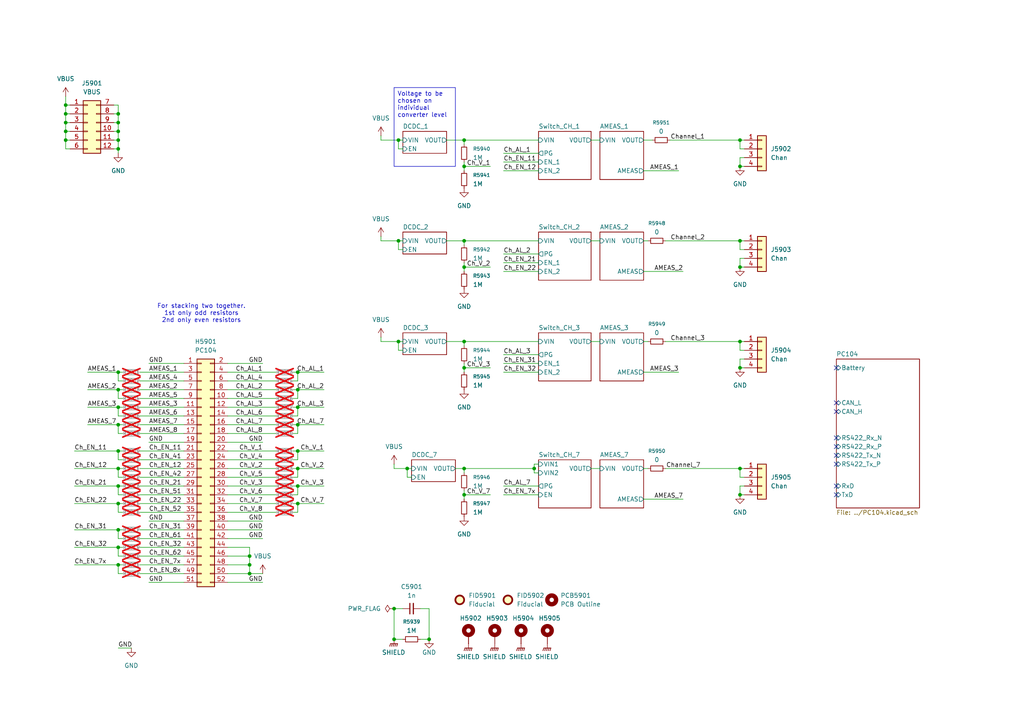
<source format=kicad_sch>
(kicad_sch (version 20250114) (generator "eeschema") (generator_version "9.0")
  (paper "A4")
  (text "For stacking two together.\n1st only odd resistors\n2nd only even resistors" (at 58.42 90.932 0) (effects (font (size 1.27 1.27))))
  (text_box "Voltage to be chosen on individual converter level" (at 114.3 25.4 0) (size 17.78 22.86) (margins 0.9525 0.9525 0.9525 0.9525) (effects (font (size 1.27 1.27)) (justify left top)))
  (junction (at 134.62 135.89))
  (junction (at 34.29 135.89))
  (junction (at 34.29 130.81))
  (junction (at 134.62 77.47))
  (junction (at 34.29 40.64))
  (junction (at 34.29 35.56))
  (junction (at 86.36 146.05))
  (junction (at 34.29 140.97))
  (junction (at 19.05 35.56))
  (junction (at 86.36 123.19))
  (junction (at 19.05 30.48))
  (junction (at 86.36 118.11))
  (junction (at 72.39 161.29))
  (junction (at 114.3 176.53))
  (junction (at 34.29 33.02))
  (junction (at 34.29 113.03))
  (junction (at 19.05 38.1))
  (junction (at 214.63 77.47))
  (junction (at 214.63 143.51))
  (junction (at 86.36 140.97))
  (junction (at 134.62 40.64))
  (junction (at 34.29 163.83))
  (junction (at 34.29 158.75))
  (junction (at 124.46 185.42))
  (junction (at 134.62 143.51))
  (junction (at 154.94 135.89))
  (junction (at 134.62 106.68))
  (junction (at 214.63 48.26))
  (junction (at 34.29 38.1))
  (junction (at 34.29 43.18))
  (junction (at 115.57 99.06))
  (junction (at 72.39 166.37))
  (junction (at 214.63 135.89))
  (junction (at 34.29 123.19))
  (junction (at 134.62 48.26))
  (junction (at 19.05 33.02))
  (junction (at 134.62 69.85))
  (junction (at 115.57 69.85))
  (junction (at 86.36 130.81))
  (junction (at 19.05 40.64))
  (junction (at 86.36 113.03))
  (junction (at 114.3 185.42))
  (junction (at 86.36 135.89))
  (junction (at 34.29 118.11))
  (junction (at 34.29 153.67))
  (junction (at 115.57 40.64))
  (junction (at 72.39 163.83))
  (junction (at 34.29 107.95))
  (junction (at 134.62 99.06))
  (junction (at 214.63 99.06))
  (junction (at 34.29 146.05))
  (junction (at 214.63 40.64))
  (junction (at 118.11 135.89))
  (junction (at 86.36 107.95))
  (junction (at 214.63 69.85))
  (junction (at 214.63 106.68))
  (no_connect (at 242.57 143.51))
  (no_connect (at 242.57 129.54))
  (no_connect (at 242.57 132.08))
  (no_connect (at 242.57 134.62))
  (no_connect (at 242.57 106.68))
  (no_connect (at 242.57 119.38))
  (no_connect (at 242.57 140.97))
  (no_connect (at 242.57 127))
  (no_connect (at 242.57 116.84))
  (wire (pts (xy 86.36 107.95) (xy 86.36 110.49)))
  (wire (pts (xy 194.31 40.64) (xy 214.63 40.64)))
  (wire (pts (xy 72.39 161.29) (xy 72.39 158.75)))
  (wire (pts (xy 76.2 153.67) (xy 66.04 153.67)))
  (wire (pts (xy 40.64 118.11) (xy 53.34 118.11)))
  (wire (pts (xy 214.63 143.51) (xy 215.9 143.51)))
  (wire (pts (xy 134.62 69.85) (xy 156.21 69.85)))
  (wire (pts (xy 34.29 140.97) (xy 34.29 143.51)))
  (wire (pts (xy 115.57 99.06) (xy 115.57 101.6)))
  (wire (pts (xy 156.21 134.62) (xy 154.94 134.62)))
  (wire (pts (xy 21.59 158.75) (xy 34.29 158.75)))
  (wire (pts (xy 66.04 110.49) (xy 80.01 110.49)))
  (wire (pts (xy 214.63 135.89) (xy 214.63 138.43)))
  (wire (pts (xy 214.63 74.93) (xy 214.63 77.47)))
  (wire (pts (xy 34.29 133.35) (xy 35.56 133.35)))
  (wire (pts (xy 66.04 140.97) (xy 80.01 140.97)))
  (wire (pts (xy 80.01 118.11) (xy 66.04 118.11)))
  (wire (pts (xy 154.94 137.16) (xy 156.21 137.16)))
  (wire (pts (xy 34.29 140.97) (xy 35.56 140.97)))
  (wire (pts (xy 40.64 138.43) (xy 53.34 138.43)))
  (wire (pts (xy 215.9 104.14) (xy 214.63 104.14)))
  (wire (pts (xy 116.84 185.42) (xy 114.3 185.42)))
  (wire (pts (xy 34.29 33.02) (xy 34.29 30.48)))
  (wire (pts (xy 66.04 120.65) (xy 80.01 120.65)))
  (wire (pts (xy 186.69 78.74) (xy 198.12 78.74)))
  (wire (pts (xy 115.57 40.64) (xy 115.57 43.18)))
  (wire (pts (xy 80.01 146.05) (xy 66.04 146.05)))
  (wire (pts (xy 34.29 163.83) (xy 35.56 163.83)))
  (wire (pts (xy 34.29 43.18) (xy 33.02 43.18)))
  (wire (pts (xy 19.05 38.1) (xy 20.32 38.1)))
  (wire (pts (xy 214.63 40.64) (xy 215.9 40.64)))
  (wire (pts (xy 116.84 176.53) (xy 114.3 176.53)))
  (wire (pts (xy 110.49 99.06) (xy 115.57 99.06)))
  (wire (pts (xy 86.36 140.97) (xy 85.09 140.97)))
  (wire (pts (xy 86.36 135.89) (xy 86.36 138.43)))
  (wire (pts (xy 110.49 69.85) (xy 115.57 69.85)))
  (wire (pts (xy 134.62 143.51) (xy 142.24 143.51)))
  (wire (pts (xy 115.57 69.85) (xy 116.84 69.85)))
  (wire (pts (xy 34.29 120.65) (xy 35.56 120.65)))
  (wire (pts (xy 154.94 135.89) (xy 154.94 137.16)))
  (wire (pts (xy 40.64 115.57) (xy 53.34 115.57)))
  (wire (pts (xy 34.29 148.59) (xy 35.56 148.59)))
  (wire (pts (xy 80.01 143.51) (xy 66.04 143.51)))
  (wire (pts (xy 40.64 146.05) (xy 53.34 146.05)))
  (wire (pts (xy 134.62 135.89) (xy 134.62 137.16)))
  (wire (pts (xy 115.57 43.18) (xy 116.84 43.18)))
  (wire (pts (xy 76.2 128.27) (xy 66.04 128.27)))
  (wire (pts (xy 34.29 35.56) (xy 34.29 33.02)))
  (wire (pts (xy 40.64 135.89) (xy 53.34 135.89)))
  (wire (pts (xy 134.62 46.99) (xy 134.62 48.26)))
  (wire (pts (xy 34.29 143.51) (xy 35.56 143.51)))
  (wire (pts (xy 115.57 69.85) (xy 115.57 72.39)))
  (wire (pts (xy 34.29 33.02) (xy 33.02 33.02)))
  (wire (pts (xy 134.62 99.06) (xy 134.62 100.33)))
  (wire (pts (xy 19.05 40.64) (xy 19.05 43.18)))
  (wire (pts (xy 19.05 33.02) (xy 20.32 33.02)))
  (wire (pts (xy 214.63 99.06) (xy 214.63 101.6)))
  (wire (pts (xy 34.29 156.21) (xy 35.56 156.21)))
  (wire (pts (xy 93.98 118.11) (xy 86.36 118.11)))
  (wire (pts (xy 171.45 69.85) (xy 173.99 69.85)))
  (wire (pts (xy 146.05 78.74) (xy 156.21 78.74)))
  (wire (pts (xy 19.05 40.64) (xy 20.32 40.64)))
  (wire (pts (xy 34.29 30.48) (xy 33.02 30.48)))
  (wire (pts (xy 25.4 107.95) (xy 34.29 107.95)))
  (wire (pts (xy 34.29 130.81) (xy 34.29 133.35)))
  (wire (pts (xy 21.59 146.05) (xy 34.29 146.05)))
  (wire (pts (xy 34.29 44.45) (xy 34.29 43.18)))
  (wire (pts (xy 214.63 101.6) (xy 215.9 101.6)))
  (wire (pts (xy 146.05 49.53) (xy 156.21 49.53)))
  (wire (pts (xy 193.04 135.89) (xy 214.63 135.89)))
  (wire (pts (xy 134.62 41.91) (xy 134.62 40.64)))
  (wire (pts (xy 76.2 168.91) (xy 66.04 168.91)))
  (wire (pts (xy 34.29 158.75) (xy 34.29 161.29)))
  (wire (pts (xy 25.4 118.11) (xy 34.29 118.11)))
  (wire (pts (xy 171.45 40.64) (xy 173.99 40.64)))
  (wire (pts (xy 134.62 48.26) (xy 134.62 49.53)))
  (wire (pts (xy 21.59 135.89) (xy 34.29 135.89)))
  (wire (pts (xy 19.05 33.02) (xy 19.05 35.56)))
  (wire (pts (xy 214.63 40.64) (xy 214.63 43.18)))
  (wire (pts (xy 34.29 107.95) (xy 35.56 107.95)))
  (wire (pts (xy 93.98 140.97) (xy 86.36 140.97)))
  (wire (pts (xy 214.63 77.47) (xy 215.9 77.47)))
  (wire (pts (xy 214.63 138.43) (xy 215.9 138.43)))
  (wire (pts (xy 34.29 40.64) (xy 34.29 38.1)))
  (wire (pts (xy 34.29 123.19) (xy 35.56 123.19)))
  (wire (pts (xy 93.98 113.03) (xy 86.36 113.03)))
  (wire (pts (xy 214.63 72.39) (xy 215.9 72.39)))
  (wire (pts (xy 76.2 105.41) (xy 66.04 105.41)))
  (wire (pts (xy 34.29 153.67) (xy 34.29 156.21)))
  (wire (pts (xy 215.9 74.93) (xy 214.63 74.93)))
  (wire (pts (xy 146.05 143.51) (xy 156.21 143.51)))
  (wire (pts (xy 85.09 110.49) (xy 86.36 110.49)))
  (wire (pts (xy 72.39 158.75) (xy 66.04 158.75)))
  (wire (pts (xy 134.62 106.68) (xy 134.62 105.41)))
  (wire (pts (xy 40.64 166.37) (xy 53.34 166.37)))
  (wire (pts (xy 114.3 135.89) (xy 118.11 135.89)))
  (wire (pts (xy 110.49 68.58) (xy 110.49 69.85)))
  (wire (pts (xy 214.63 99.06) (xy 215.9 99.06)))
  (wire (pts (xy 34.29 146.05) (xy 34.29 148.59)))
  (wire (pts (xy 34.29 107.95) (xy 34.29 110.49)))
  (wire (pts (xy 134.62 144.78) (xy 134.62 143.51)))
  (wire (pts (xy 43.18 168.91) (xy 53.34 168.91)))
  (wire (pts (xy 187.96 135.89) (xy 186.69 135.89)))
  (wire (pts (xy 215.9 45.72) (xy 214.63 45.72)))
  (wire (pts (xy 134.62 135.89) (xy 154.94 135.89)))
  (wire (pts (xy 86.36 118.11) (xy 85.09 118.11)))
  (wire (pts (xy 40.64 148.59) (xy 53.34 148.59)))
  (wire (pts (xy 40.64 143.51) (xy 53.34 143.51)))
  (wire (pts (xy 72.39 161.29) (xy 72.39 163.83)))
  (wire (pts (xy 86.36 118.11) (xy 86.36 120.65)))
  (wire (pts (xy 34.29 158.75) (xy 35.56 158.75)))
  (wire (pts (xy 40.64 107.95) (xy 53.34 107.95)))
  (wire (pts (xy 40.64 110.49) (xy 53.34 110.49)))
  (wire (pts (xy 80.01 130.81) (xy 66.04 130.81)))
  (wire (pts (xy 66.04 163.83) (xy 72.39 163.83)))
  (wire (pts (xy 66.04 125.73) (xy 80.01 125.73)))
  (wire (pts (xy 146.05 105.41) (xy 156.21 105.41)))
  (wire (pts (xy 173.99 135.89) (xy 171.45 135.89)))
  (wire (pts (xy 34.29 115.57) (xy 35.56 115.57)))
  (wire (pts (xy 19.05 30.48) (xy 20.32 30.48)))
  (wire (pts (xy 134.62 106.68) (xy 142.24 106.68)))
  (wire (pts (xy 34.29 138.43) (xy 35.56 138.43)))
  (wire (pts (xy 86.36 135.89) (xy 85.09 135.89)))
  (wire (pts (xy 34.29 130.81) (xy 35.56 130.81)))
  (wire (pts (xy 134.62 99.06) (xy 156.21 99.06)))
  (wire (pts (xy 134.62 69.85) (xy 134.62 71.12)))
  (wire (pts (xy 34.29 43.18) (xy 34.29 40.64)))
  (wire (pts (xy 118.11 138.43) (xy 119.38 138.43)))
  (wire (pts (xy 214.63 104.14) (xy 214.63 106.68)))
  (wire (pts (xy 21.59 130.81) (xy 34.29 130.81)))
  (wire (pts (xy 34.29 146.05) (xy 35.56 146.05)))
  (wire (pts (xy 19.05 27.94) (xy 19.05 30.48)))
  (wire (pts (xy 80.01 148.59) (xy 66.04 148.59)))
  (wire (pts (xy 154.94 134.62) (xy 154.94 135.89)))
  (wire (pts (xy 134.62 78.74) (xy 134.62 77.47)))
  (wire (pts (xy 72.39 163.83) (xy 72.39 166.37)))
  (wire (pts (xy 118.11 135.89) (xy 119.38 135.89)))
  (wire (pts (xy 85.09 115.57) (xy 86.36 115.57)))
  (wire (pts (xy 115.57 40.64) (xy 116.84 40.64)))
  (wire (pts (xy 86.36 140.97) (xy 86.36 143.51)))
  (wire (pts (xy 93.98 130.81) (xy 86.36 130.81)))
  (wire (pts (xy 40.64 163.83) (xy 53.34 163.83)))
  (wire (pts (xy 129.54 40.64) (xy 134.62 40.64)))
  (wire (pts (xy 43.18 128.27) (xy 53.34 128.27)))
  (wire (pts (xy 80.01 138.43) (xy 66.04 138.43)))
  (wire (pts (xy 146.05 140.97) (xy 156.21 140.97)))
  (wire (pts (xy 186.69 99.06) (xy 187.96 99.06)))
  (wire (pts (xy 214.63 45.72) (xy 214.63 48.26)))
  (wire (pts (xy 34.29 35.56) (xy 33.02 35.56)))
  (wire (pts (xy 80.01 133.35) (xy 66.04 133.35)))
  (wire (pts (xy 80.01 107.95) (xy 66.04 107.95)))
  (wire (pts (xy 43.18 105.41) (xy 53.34 105.41)))
  (wire (pts (xy 186.69 40.64) (xy 189.23 40.64)))
  (wire (pts (xy 34.29 118.11) (xy 34.29 120.65)))
  (wire (pts (xy 86.36 123.19) (xy 85.09 123.19)))
  (wire (pts (xy 40.64 120.65) (xy 53.34 120.65)))
  (wire (pts (xy 40.64 133.35) (xy 53.34 133.35)))
  (wire (pts (xy 40.64 140.97) (xy 53.34 140.97)))
  (wire (pts (xy 93.98 107.95) (xy 86.36 107.95)))
  (wire (pts (xy 34.29 125.73) (xy 35.56 125.73)))
  (wire (pts (xy 40.64 158.75) (xy 53.34 158.75)))
  (wire (pts (xy 134.62 77.47) (xy 134.62 76.2)))
  (wire (pts (xy 25.4 113.03) (xy 34.29 113.03)))
  (wire (pts (xy 21.59 153.67) (xy 34.29 153.67)))
  (wire (pts (xy 93.98 135.89) (xy 86.36 135.89)))
  (wire (pts (xy 66.04 115.57) (xy 80.01 115.57)))
  (wire (pts (xy 121.92 185.42) (xy 124.46 185.42)))
  (wire (pts (xy 66.04 166.37) (xy 72.39 166.37)))
  (wire (pts (xy 34.29 113.03) (xy 35.56 113.03)))
  (wire (pts (xy 171.45 99.06) (xy 173.99 99.06)))
  (wire (pts (xy 134.62 107.95) (xy 134.62 106.68)))
  (wire (pts (xy 121.92 176.53) (xy 124.46 176.53)))
  (wire (pts (xy 86.36 107.95) (xy 85.09 107.95)))
  (wire (pts (xy 115.57 72.39) (xy 116.84 72.39)))
  (wire (pts (xy 114.3 176.53) (xy 114.3 185.42)))
  (wire (pts (xy 146.05 76.2) (xy 156.21 76.2)))
  (wire (pts (xy 186.69 144.78) (xy 198.12 144.78)))
  (wire (pts (xy 93.98 146.05) (xy 86.36 146.05)))
  (wire (pts (xy 66.04 135.89) (xy 80.01 135.89)))
  (wire (pts (xy 19.05 30.48) (xy 19.05 33.02)))
  (wire (pts (xy 85.09 148.59) (xy 86.36 148.59)))
  (wire (pts (xy 196.85 49.53) (xy 186.69 49.53)))
  (wire (pts (xy 214.63 43.18) (xy 215.9 43.18)))
  (wire (pts (xy 110.49 39.37) (xy 110.49 40.64)))
  (wire (pts (xy 76.2 166.37) (xy 72.39 166.37)))
  (wire (pts (xy 34.29 38.1) (xy 33.02 38.1)))
  (wire (pts (xy 85.09 125.73) (xy 86.36 125.73)))
  (wire (pts (xy 86.36 146.05) (xy 85.09 146.05)))
  (wire (pts (xy 34.29 135.89) (xy 35.56 135.89)))
  (wire (pts (xy 86.36 113.03) (xy 85.09 113.03)))
  (wire (pts (xy 40.64 125.73) (xy 53.34 125.73)))
  (wire (pts (xy 86.36 123.19) (xy 86.36 125.73)))
  (wire (pts (xy 134.62 143.51) (xy 134.62 142.24)))
  (wire (pts (xy 40.64 123.19) (xy 53.34 123.19)))
  (wire (pts (xy 43.18 151.13) (xy 53.34 151.13)))
  (wire (pts (xy 132.08 135.89) (xy 134.62 135.89)))
  (wire (pts (xy 134.62 40.64) (xy 156.21 40.64)))
  (wire (pts (xy 114.3 134.62) (xy 114.3 135.89)))
  (wire (pts (xy 19.05 35.56) (xy 20.32 35.56)))
  (wire (pts (xy 186.69 107.95) (xy 196.85 107.95)))
  (wire (pts (xy 146.05 73.66) (xy 156.21 73.66)))
  (wire (pts (xy 34.29 113.03) (xy 34.29 115.57)))
  (wire (pts (xy 40.64 156.21) (xy 53.34 156.21)))
  (wire (pts (xy 86.36 130.81) (xy 86.36 133.35)))
  (wire (pts (xy 76.2 156.21) (xy 66.04 156.21)))
  (wire (pts (xy 146.05 44.45) (xy 156.21 44.45)))
  (wire (pts (xy 129.54 69.85) (xy 134.62 69.85)))
  (wire (pts (xy 146.05 102.87) (xy 156.21 102.87)))
  (wire (pts (xy 86.36 130.81) (xy 85.09 130.81)))
  (wire (pts (xy 146.05 107.95) (xy 156.21 107.95)))
  (wire (pts (xy 21.59 140.97) (xy 34.29 140.97)))
  (wire (pts (xy 86.36 146.05) (xy 86.36 148.59)))
  (wire (pts (xy 34.29 163.83) (xy 34.29 166.37)))
  (wire (pts (xy 186.69 69.85) (xy 187.96 69.85)))
  (wire (pts (xy 124.46 176.53) (xy 124.46 185.42)))
  (wire (pts (xy 34.29 110.49) (xy 35.56 110.49)))
  (wire (pts (xy 214.63 69.85) (xy 215.9 69.85)))
  (wire (pts (xy 134.62 48.26) (xy 142.24 48.26)))
  (wire (pts (xy 40.64 153.67) (xy 53.34 153.67)))
  (wire (pts (xy 85.09 120.65) (xy 86.36 120.65)))
  (wire (pts (xy 110.49 40.64) (xy 115.57 40.64)))
  (wire (pts (xy 76.2 151.13) (xy 66.04 151.13)))
  (wire (pts (xy 110.49 99.06) (xy 110.49 97.79)))
  (wire (pts (xy 40.64 113.03) (xy 53.34 113.03)))
  (wire (pts (xy 34.29 118.11) (xy 35.56 118.11)))
  (wire (pts (xy 38.1 187.96) (xy 34.29 187.96)))
  (wire (pts (xy 40.64 130.81) (xy 53.34 130.81)))
  (wire (pts (xy 34.29 38.1) (xy 34.29 35.56)))
  (wire (pts (xy 214.63 140.97) (xy 214.63 143.51)))
  (wire (pts (xy 93.98 123.19) (xy 86.36 123.19)))
  (wire (pts (xy 86.36 113.03) (xy 86.36 115.57)))
  (wire (pts (xy 134.62 77.47) (xy 142.24 77.47)))
  (wire (pts (xy 193.04 99.06) (xy 214.63 99.06)))
  (wire (pts (xy 214.63 48.26) (xy 215.9 48.26)))
  (wire (pts (xy 66.04 161.29) (xy 72.39 161.29)))
  (wire (pts (xy 215.9 140.97) (xy 214.63 140.97)))
  (wire (pts (xy 115.57 101.6) (xy 116.84 101.6)))
  (wire (pts (xy 34.29 135.89) (xy 34.29 138.43)))
  (wire (pts (xy 85.09 143.51) (xy 86.36 143.51)))
  (wire (pts (xy 66.04 113.03) (xy 80.01 113.03)))
  (wire (pts (xy 129.54 99.06) (xy 134.62 99.06)))
  (wire (pts (xy 34.29 153.67) (xy 35.56 153.67)))
  (wire (pts (xy 19.05 38.1) (xy 19.05 40.64)))
  (wire (pts (xy 85.09 138.43) (xy 86.36 138.43)))
  (wire (pts (xy 85.09 133.35) (xy 86.36 133.35)))
  (wire (pts (xy 34.29 123.19) (xy 34.29 125.73)))
  (wire (pts (xy 40.64 161.29) (xy 53.34 161.29)))
  (wire (pts (xy 214.63 135.89) (xy 215.9 135.89)))
  (wire (pts (xy 21.59 163.83) (xy 34.29 163.83)))
  (wire (pts (xy 34.29 161.29) (xy 35.56 161.29)))
  (wire (pts (xy 34.29 166.37) (xy 35.56 166.37)))
  (wire (pts (xy 193.04 69.85) (xy 214.63 69.85)))
  (wire (pts (xy 25.4 123.19) (xy 34.29 123.19)))
  (wire (pts (xy 214.63 69.85) (xy 214.63 72.39)))
  (wire (pts (xy 118.11 135.89) (xy 118.11 138.43)))
  (wire (pts (xy 66.04 123.19) (xy 80.01 123.19)))
  (wire (pts (xy 19.05 43.18) (xy 20.32 43.18)))
  (wire (pts (xy 34.29 40.64) (xy 33.02 40.64)))
  (wire (pts (xy 19.05 35.56) (xy 19.05 38.1)))
  (wire (pts (xy 146.05 46.99) (xy 156.21 46.99)))
  (wire (pts (xy 115.57 99.06) (xy 116.84 99.06)))
  (wire (pts (xy 214.63 106.68) (xy 215.9 106.68)))
  (label "Ch_AL_2" (at 93.98 113.03 180))
  (label "Ch_EN_31" (at 146.05 105.41 0))
  (label "Ch_V_1" (at 93.98 130.81 180))
  (label "Channel_3" (at 204.47 99.06 180))
  (label "Ch_AL_3" (at 76.2 118.11 180))
  (label "GND" (at 43.18 128.27 0))
  (label "Ch_V_1" (at 76.2 130.81 180))
  (label "Ch_V_3" (at 93.98 140.97 180))
  (label "AMEAS_3" (at 43.18 118.11 0))
  (label "Ch_V_2" (at 142.24 77.47 180))
  (label "Ch_EN_11" (at 146.05 46.99 0))
  (label "AMEAS_3" (at 25.4 118.11 0))
  (label "GND" (at 76.2 128.27 180))
  (label "AMEAS_8" (at 43.18 125.73 0))
  (label "Ch_AL_5" (at 76.2 115.57 180))
  (label "AMEAS_4" (at 43.18 110.49 0))
  (label "Ch_V_3" (at 142.24 106.68 180))
  (label "Ch_EN_31" (at 21.59 153.67 0))
  (label "Channel_2" (at 204.47 69.85 180))
  (label "Ch_EN_62" (at 43.18 161.29 0))
  (label "Ch_AL_7" (at 146.05 140.97 0))
  (label "Ch_AL_2" (at 76.2 113.03 180))
  (label "Ch_EN_12" (at 146.05 49.53 0))
  (label "Ch_EN_32" (at 43.18 158.75 0))
  (label "Ch_EN_22" (at 43.18 146.05 0))
  (label "GND" (at 76.2 105.41 180))
  (label "Channel_1" (at 204.47 40.64 180))
  (label "Ch_V_4" (at 76.2 133.35 180))
  (label "AMEAS_1" (at 25.4 107.95 0))
  (label "Ch_AL_2" (at 146.05 73.66 0))
  (label "Ch_EN_11" (at 43.18 130.81 0))
  (label "Ch_EN_11" (at 21.59 130.81 0))
  (label "Ch_EN_21" (at 21.59 140.97 0))
  (label "Ch_V_7" (at 142.24 143.51 180))
  (label "GND" (at 76.2 156.21 180))
  (label "Ch_AL_1" (at 146.05 44.45 0))
  (label "GND" (at 43.18 168.91 0))
  (label "AMEAS_2" (at 198.12 78.74 180))
  (label "Ch_V_1" (at 142.24 48.26 180))
  (label "Channel_7" (at 203.2 135.89 180))
  (label "Ch_V_3" (at 76.2 140.97 180))
  (label "Ch_AL_6" (at 76.2 120.65 180))
  (label "Ch_EN_31" (at 43.18 153.67 0))
  (label "AMEAS_1" (at 196.85 49.53 180))
  (label "Ch_EN_52" (at 43.18 148.59 0))
  (label "GND" (at 76.2 153.67 180))
  (label "Ch_V_5" (at 76.2 138.43 180))
  (label "Ch_V_7" (at 93.98 146.05 180))
  (label "Ch_EN_22" (at 21.59 146.05 0))
  (label "Ch_V_8" (at 76.2 148.59 180))
  (label "Ch_V_2" (at 93.98 135.89 180))
  (label "Ch_V_6" (at 76.2 143.51 180))
  (label "Ch_V_2" (at 76.2 135.89 180))
  (label "AMEAS_7" (at 25.4 123.19 0))
  (label "Ch_EN_12" (at 21.59 135.89 0))
  (label "Ch_EN_7x" (at 21.59 163.83 0))
  (label "Ch_EN_41" (at 43.18 133.35 0))
  (label "Ch_EN_22" (at 146.05 78.74 0))
  (label "AMEAS_2" (at 43.18 113.03 0))
  (label "Ch_EN_32" (at 146.05 107.95 0))
  (label "Ch_EN_7x" (at 43.18 163.83 0))
  (label "GND" (at 34.29 187.96 0))
  (label "Ch_AL_1" (at 93.98 107.95 180))
  (label "AMEAS_5" (at 43.18 115.57 0))
  (label "Ch_EN_7x" (at 146.05 143.51 0))
  (label "Ch_EN_21" (at 146.05 76.2 0))
  (label "Ch_EN_42" (at 43.18 138.43 0))
  (label "Ch_AL_3" (at 93.98 118.11 180))
  (label "AMEAS_1" (at 43.18 107.95 0))
  (label "Ch_AL_3" (at 146.05 102.87 0))
  (label "GND" (at 76.2 151.13 180))
  (label "AMEAS_3" (at 196.85 107.95 180))
  (label "Ch_EN_61" (at 43.18 156.21 0))
  (label "Ch_EN_8x" (at 43.18 166.37 0))
  (label "Ch_EN_51" (at 43.18 143.51 0))
  (label "Ch_EN_32" (at 21.59 158.75 0))
  (label "GND" (at 43.18 151.13 0))
  (label "AMEAS_7" (at 43.18 123.19 0))
  (label "GND" (at 43.18 105.41 0))
  (label "Ch_EN_12" (at 43.18 135.89 0))
  (label "Ch_EN_21" (at 43.18 140.97 0))
  (label "Ch_AL_7" (at 93.98 123.19 180))
  (label "GND" (at 76.2 168.91 180))
  (label "Ch_AL_7" (at 76.2 123.19 180))
  (label "Ch_V_7" (at 76.2 146.05 180))
  (label "AMEAS_2" (at 25.4 113.03 0))
  (label "AMEAS_7" (at 198.12 144.78 180))
  (label "Ch_AL_8" (at 76.2 125.73 180))
  (label "Ch_AL_4" (at 76.2 110.49 180))
  (label "AMEAS_6" (at 43.18 120.65 0))
  (label "Ch_AL_1" (at 76.2 107.95 180))
  (symbol (lib_id "Device:R_Small") (at 190.5 69.85 90) (unit 1)
    (property "Reference" "R5948" (at 190.5 64.77 90) (effects (font (size 1.016 1.016))))
    (property "Value" "0" (at 190.5 67.31 90))
    (property "Footprint" "Resistor_SMD:R_0603_1608Metric_Pad0.98x0.95mm_HandSolder" (effects (hide yes)))
    (property "Description" "Resistor, small symbol" (effects (hide yes)))
  )
  (symbol (lib_id "power:PWR_FLAG") (at 114.3 176.53 90) (unit 1)
    (property "Reference" "#FLG05701" (effects (hide yes)))
    (property "Value" "PWR_FLAG" (at 110.49 176.5299 90) (effects (justify left)))
    (property "Description" "Special symbol for telling ERC where power comes from" (effects (hide yes)))
  )
  (symbol (lib_id "Device:R_Small") (at 38.1 138.43 90) (unit 1) (dnp yes)
    (property "Reference" "R5912" (at 38.1 138.43 90) (effects (font (size 1.016 1.016))))
    (property "Value" "0" (effects (hide yes)))
    (property "Footprint" "Resistor_SMD:R_0603_1608Metric_Pad0.98x0.95mm_HandSolder" (effects (hide yes)))
    (property "Description" "Resistor, small symbol" (effects (hide yes)))
  )
  (symbol (lib_id "Device:R_Small") (at 82.55 143.51 90) (unit 1) (dnp yes)
    (property "Reference" "R5936" (at 82.55 143.51 90) (effects (font (size 1.016 1.016))))
    (property "Value" "0" (effects (hide yes)))
    (property "Footprint" "Resistor_SMD:R_0603_1608Metric_Pad0.98x0.95mm_HandSolder" (effects (hide yes)))
    (property "Description" "Resistor, small symbol" (effects (hide yes)))
  )
  (symbol (lib_id "Device:R_Small") (at 38.1 143.51 90) (unit 1) (dnp yes)
    (property "Reference" "R5914" (at 38.1 143.51 90) (effects (font (size 1.016 1.016))))
    (property "Value" "0" (effects (hide yes)))
    (property "Footprint" "Resistor_SMD:R_0603_1608Metric_Pad0.98x0.95mm_HandSolder" (effects (hide yes)))
    (property "Description" "Resistor, small symbol" (effects (hide yes)))
  )
  (symbol (lib_id "power:GND") (at 214.63 48.26 0) (unit 1)
    (property "Reference" "#PWR05918" (effects (hide yes)))
    (property "Value" "GND" (at 214.63 53.34 0))
    (property "Description" "Power symbol creates a global label with name \"GND\" , ground" (effects (hide yes)))
  )
  (symbol (lib_id "Device:R_Small") (at 82.55 123.19 90) (unit 1) (dnp yes)
    (property "Reference" "R5929" (at 82.55 123.19 90) (effects (font (size 1.016 1.016))))
    (property "Value" "0" (effects (hide yes)))
    (property "Footprint" "Resistor_SMD:R_0603_1608Metric_Pad0.98x0.95mm_HandSolder" (effects (hide yes)))
    (property "Description" "Resistor, small symbol" (effects (hide yes)))
  )
  (symbol (lib_id "Device:R_Small") (at 38.1 120.65 90) (unit 1) (dnp yes)
    (property "Reference" "R5906" (at 38.1 120.65 90) (effects (font (size 1.016 1.016))))
    (property "Value" "0" (effects (hide yes)))
    (property "Footprint" "Resistor_SMD:R_0603_1608Metric_Pad0.98x0.95mm_HandSolder" (effects (hide yes)))
    (property "Description" "Resistor, small symbol" (effects (hide yes)))
  )
  (symbol (lib_id "Device:R_Small") (at 38.1 158.75 90) (unit 1) (dnp yes)
    (property "Reference" "R5919" (at 38.1 158.75 90) (effects (font (size 1.016 1.016))))
    (property "Value" "0" (effects (hide yes)))
    (property "Footprint" "Resistor_SMD:R_0603_1608Metric_Pad0.98x0.95mm_HandSolder" (effects (hide yes)))
    (property "Description" "Resistor, small symbol" (effects (hide yes)))
  )
  (symbol (lib_id "power:VBUS") (at 19.05 27.94 0) (unit 1)
    (property "Reference" "#PWR05901" (effects (hide yes)))
    (property "Value" "VBUS" (at 19.05 22.86 0))
    (property "Description" "Power symbol creates a global label with name \"VBUS\"" (effects (hide yes)))
  )
  (symbol (lib_id "Device:R_Small") (at 38.1 135.89 90) (unit 1) (dnp yes)
    (property "Reference" "R5911" (at 38.1 135.89 90) (effects (font (size 1.016 1.016))))
    (property "Value" "0" (effects (hide yes)))
    (property "Footprint" "Resistor_SMD:R_0603_1608Metric_Pad0.98x0.95mm_HandSolder" (effects (hide yes)))
    (property "Description" "Resistor, small symbol" (effects (hide yes)))
  )
  (symbol (lib_id "Device:R_Small") (at 191.77 40.64 90) (unit 1)
    (property "Reference" "R5951" (at 191.77 35.56 90) (effects (font (size 1.016 1.016))))
    (property "Value" "0" (at 191.77 38.1 90))
    (property "Footprint" "Resistor_SMD:R_0603_1608Metric_Pad0.98x0.95mm_HandSolder" (effects (hide yes)))
    (property "Description" "Resistor, small symbol" (effects (hide yes)))
  )
  (symbol (lib_id "Device:R_Small") (at 82.55 148.59 90) (unit 1) (dnp yes)
    (property "Reference" "R5938" (at 82.55 148.59 90) (effects (font (size 1.016 1.016))))
    (property "Value" "0" (effects (hide yes)))
    (property "Footprint" "Resistor_SMD:R_0603_1608Metric_Pad0.98x0.95mm_HandSolder" (effects (hide yes)))
    (property "Description" "Resistor, small symbol" (effects (hide yes)))
  )
  (symbol (lib_id "Device:R_Small") (at 82.55 110.49 90) (unit 1) (dnp yes)
    (property "Reference" "R5924" (at 82.55 110.49 90) (effects (font (size 1.016 1.016))))
    (property "Value" "0" (effects (hide yes)))
    (property "Footprint" "Resistor_SMD:R_0603_1608Metric_Pad0.98x0.95mm_HandSolder" (effects (hide yes)))
    (property "Description" "Resistor, small symbol" (effects (hide yes)))
  )
  (symbol (lib_id "Device:R_Small") (at 82.55 135.89 90) (unit 1) (dnp yes)
    (property "Reference" "R5933" (at 82.55 135.89 90) (effects (font (size 1.016 1.016))))
    (property "Value" "0" (effects (hide yes)))
    (property "Footprint" "Resistor_SMD:R_0603_1608Metric_Pad0.98x0.95mm_HandSolder" (effects (hide yes)))
    (property "Description" "Resistor, small symbol" (effects (hide yes)))
  )
  (symbol (lib_id "Mechanical:Fiducial") (at 147.32 173.99 0) (unit 1) (in_bom no)
    (property "Reference" "FID5902" (at 149.86 172.7199 0) (effects (justify left)))
    (property "Value" "Fiducial" (at 149.86 175.2599 0) (effects (justify left)))
    (property "Footprint" "Fiducial:Fiducial_1mm_Mask2mm" (effects (hide yes)))
    (property "Description" "Fiducial Marker" (effects (hide yes)))
  )
  (symbol (lib_id "Device:R_Small") (at 38.1 133.35 90) (unit 1) (dnp yes)
    (property "Reference" "R5910" (at 38.1 133.35 90) (effects (font (size 1.016 1.016))))
    (property "Value" "0" (effects (hide yes)))
    (property "Footprint" "Resistor_SMD:R_0603_1608Metric_Pad0.98x0.95mm_HandSolder" (effects (hide yes)))
    (property "Description" "Resistor, small symbol" (effects (hide yes)))
  )
  (symbol (lib_id "Device:R_Small") (at 38.1 110.49 90) (unit 1) (dnp yes)
    (property "Reference" "R5902" (at 38.1 110.49 90) (effects (font (size 1.016 1.016))))
    (property "Value" "0" (effects (hide yes)))
    (property "Footprint" "Resistor_SMD:R_0603_1608Metric_Pad0.98x0.95mm_HandSolder" (effects (hide yes)))
    (property "Description" "Resistor, small symbol" (effects (hide yes)))
  )
  (symbol (lib_id "Device:R_Small") (at 38.1 118.11 90) (unit 1) (dnp yes)
    (property "Reference" "R5905" (at 38.1 118.11 90) (effects (font (size 1.016 1.016))))
    (property "Value" "0" (effects (hide yes)))
    (property "Footprint" "Resistor_SMD:R_0603_1608Metric_Pad0.98x0.95mm_HandSolder" (effects (hide yes)))
    (property "Description" "Resistor, small symbol" (effects (hide yes)))
  )
  (symbol (lib_id "Device:R_Small") (at 134.62 52.07 0) (unit 1)
    (property "Reference" "R5941" (at 137.16 50.7999 0) (effects (font (size 1.016 1.016)) (justify left)))
    (property "Value" "1M" (at 137.16 53.3399 0) (effects (justify left)))
    (property "Footprint" "Resistor_SMD:R_0603_1608Metric_Pad0.98x0.95mm_HandSolder" (effects (hide yes)))
    (property "Description" "Resistor, small symbol" (effects (hide yes)))
  )
  (symbol (lib_id "Mechanical:MountingHole_Pad") (at 151.13 184.15 0) (unit 1)
    (property "Reference" "H5904" (at 148.59 179.324 0) (effects (justify left)))
    (property "Value" "MountingHole" (effects (hide yes)))
    (property "Footprint" "MountingHole:MountingHole_3.2mm_M3_Pad_TopBottom" (effects (hide yes)))
    (property "Description" "Mounting Hole with connection" (effects (hide yes)))
  )
  (symbol (lib_id "Device:R_Small") (at 38.1 146.05 90) (unit 1) (dnp yes)
    (property "Reference" "R5915" (at 38.1 146.05 90) (effects (font (size 1.016 1.016))))
    (property "Value" "0" (effects (hide yes)))
    (property "Footprint" "Resistor_SMD:R_0603_1608Metric_Pad0.98x0.95mm_HandSolder" (effects (hide yes)))
    (property "Description" "Resistor, small symbol" (effects (hide yes)))
  )
  (symbol (lib_id "Device:R_Small") (at 190.5 99.06 90) (unit 1)
    (property "Reference" "R5949" (at 190.5 93.98 90) (effects (font (size 1.016 1.016))))
    (property "Value" "0" (at 190.5 96.52 90))
    (property "Footprint" "Resistor_SMD:R_0603_1608Metric_Pad0.98x0.95mm_HandSolder" (effects (hide yes)))
    (property "Description" "Resistor, small symbol" (effects (hide yes)))
  )
  (symbol (lib_id "power:GND") (at 34.29 44.45 0) (unit 1)
    (property "Reference" "#PWR05902" (effects (hide yes)))
    (property "Value" "GND" (at 34.29 49.53 0))
    (property "Description" "Power symbol creates a global label with name \"GND\" , ground" (effects (hide yes)))
  )
  (symbol (lib_id "power:GND") (at 214.63 106.68 0) (unit 1)
    (property "Reference" "#PWR05920" (effects (hide yes)))
    (property "Value" "GND" (at 214.63 111.76 0))
    (property "Description" "Power symbol creates a global label with name \"GND\" , ground" (effects (hide yes)))
  )
  (symbol (lib_id "Mechanical:MountingHole") (at 160.02 173.99 0) (unit 1) (in_bom no)
    (property "Reference" "PCB5901" (at 162.56 172.7199 0) (effects (justify left)))
    (property "Value" "PCB Outline" (at 162.56 175.2599 0) (effects (justify left)))
    (property "Footprint" "Outlines:SPACEMANIC_V1c" (effects (hide yes)))
    (property "Datasheet" "https://gitlab.com/spacemanic-public/uss-module/-/blob/master/HW/V1c/USS-Module_V1c_draw.pdf?ref_type=heads" (effects (hide yes)))
    (property "Description" "Mounting Hole without connection" (effects (hide yes)))
  )
  (symbol (lib_id "power:GND") (at 134.62 54.61 0) (unit 1)
    (property "Reference" "#PWR05910" (effects (hide yes)))
    (property "Value" "GND" (at 134.62 59.69 0))
    (property "Description" "Power symbol creates a global label with name \"GND\" , ground" (effects (hide yes)))
  )
  (symbol (lib_id "power:GND") (at 38.1 187.96 0) (unit 1)
    (property "Reference" "#PWR05903" (effects (hide yes)))
    (property "Value" "GND" (at 38.1 193.04 0))
    (property "Description" "Power symbol creates a global label with name \"GND\" , ground" (effects (hide yes)))
  )
  (symbol (lib_id "Device:R_Small") (at 38.1 113.03 90) (unit 1) (dnp yes)
    (property "Reference" "R5903" (at 38.1 113.03 90) (effects (font (size 1.016 1.016))))
    (property "Value" "0" (effects (hide yes)))
    (property "Footprint" "Resistor_SMD:R_0603_1608Metric_Pad0.98x0.95mm_HandSolder" (effects (hide yes)))
    (property "Description" "Resistor, small symbol" (effects (hide yes)))
  )
  (symbol (lib_id "power:GND") (at 134.62 83.82 0) (unit 1)
    (property "Reference" "#PWR05911" (effects (hide yes)))
    (property "Value" "GND" (at 134.62 88.9 0))
    (property "Description" "Power symbol creates a global label with name \"GND\" , ground" (effects (hide yes)))
  )
  (symbol (lib_id "Device:R_Small") (at 38.1 125.73 90) (unit 1) (dnp yes)
    (property "Reference" "R5908" (at 38.1 125.73 90) (effects (font (size 1.016 1.016))))
    (property "Value" "0" (effects (hide yes)))
    (property "Footprint" "Resistor_SMD:R_0603_1608Metric_Pad0.98x0.95mm_HandSolder" (effects (hide yes)))
    (property "Description" "Resistor, small symbol" (effects (hide yes)))
  )
  (symbol (lib_id "Device:R_Small") (at 38.1 163.83 90) (unit 1) (dnp yes)
    (property "Reference" "R5921" (at 38.1 163.83 90) (effects (font (size 1.016 1.016))))
    (property "Value" "0" (effects (hide yes)))
    (property "Footprint" "Resistor_SMD:R_0603_1608Metric_Pad0.98x0.95mm_HandSolder" (effects (hide yes)))
    (property "Description" "Resistor, small symbol" (effects (hide yes)))
  )
  (symbol (lib_id "Device:R_Small") (at 38.1 148.59 90) (unit 1) (dnp yes)
    (property "Reference" "R5916" (at 38.1 148.59 90) (effects (font (size 1.016 1.016))))
    (property "Value" "0" (effects (hide yes)))
    (property "Footprint" "Resistor_SMD:R_0603_1608Metric_Pad0.98x0.95mm_HandSolder" (effects (hide yes)))
    (property "Description" "Resistor, small symbol" (effects (hide yes)))
  )
  (symbol (lib_id "Connector_Generic:Conn_01x04") (at 220.98 43.18 0) (unit 1)
    (property "Reference" "J5902" (at 223.52 43.1799 0) (effects (justify left)))
    (property "Value" "Chan" (at 223.52 45.7199 0) (effects (justify left)))
    (property "Footprint" "Connector_Molex:Molex_CLIK-Mate_502494-0470_1x04-1MP_P2.00mm_Horizontal" (effects (hide yes)))
    (property "Description" "Generic connector, single row, 01x04, script generated (kicad-library-utils/schlib/autogen/connector/)" (effects (hide yes)))
  )
  (symbol (lib_id "Device:R_Small") (at 82.55 120.65 90) (unit 1) (dnp yes)
    (property "Reference" "R5928" (at 82.55 120.65 90) (effects (font (size 1.016 1.016))))
    (property "Value" "0" (effects (hide yes)))
    (property "Footprint" "Resistor_SMD:R_0603_1608Metric_Pad0.98x0.95mm_HandSolder" (effects (hide yes)))
    (property "Description" "Resistor, small symbol" (effects (hide yes)))
  )
  (symbol (lib_id "Device:R_Small") (at 134.62 73.66 0) (unit 1)
    (property "Reference" "R5942" (at 137.16 72.3899 0) (effects (font (size 1.016 1.016)) (justify left)))
    (property "Value" "1M" (at 137.16 74.9299 0) (effects (justify left)))
    (property "Footprint" "Resistor_SMD:R_0603_1608Metric_Pad0.98x0.95mm_HandSolder" (effects (hide yes)))
    (property "Description" "Resistor, small symbol" (effects (hide yes)))
  )
  (symbol (lib_id "Device:R_Small") (at 82.55 113.03 90) (unit 1) (dnp yes)
    (property "Reference" "R5925" (at 82.55 113.03 90) (effects (font (size 1.016 1.016))))
    (property "Value" "0" (effects (hide yes)))
    (property "Footprint" "Resistor_SMD:R_0603_1608Metric_Pad0.98x0.95mm_HandSolder" (effects (hide yes)))
    (property "Description" "Resistor, small symbol" (effects (hide yes)))
  )
  (symbol (lib_id "Device:R_Small") (at 82.55 140.97 90) (unit 1) (dnp yes)
    (property "Reference" "R5935" (at 82.55 140.97 90) (effects (font (size 1.016 1.016))))
    (property "Value" "0" (effects (hide yes)))
    (property "Footprint" "Resistor_SMD:R_0603_1608Metric_Pad0.98x0.95mm_HandSolder" (effects (hide yes)))
    (property "Description" "Resistor, small symbol" (effects (hide yes)))
  )
  (symbol (lib_id "Device:R_Small") (at 38.1 130.81 90) (unit 1) (dnp yes)
    (property "Reference" "R5909" (at 38.1 130.81 90) (effects (font (size 1.016 1.016))))
    (property "Value" "0" (effects (hide yes)))
    (property "Footprint" "Resistor_SMD:R_0603_1608Metric_Pad0.98x0.95mm_HandSolder" (effects (hide yes)))
    (property "Description" "Resistor, small symbol" (effects (hide yes)))
  )
  (symbol (lib_id "Device:R_Small") (at 119.38 185.42 90) (unit 1)
    (property "Reference" "R5939" (at 119.38 180.34 90) (effects (font (size 1.016 1.016))))
    (property "Value" "1M" (at 119.38 182.88 90))
    (property "Footprint" "Resistor_SMD:R_0603_1608Metric_Pad0.98x0.95mm_HandSolder" (effects (hide yes)))
    (property "Description" "Resistor, small symbol" (effects (hide yes)))
  )
  (symbol (lib_id "power:GNDPWR") (at 151.13 186.69 0) (unit 1)
    (property "Reference" "#PWR05916" (effects (hide yes)))
    (property "Value" "SHIELD" (at 151.003 190.5 0))
    (property "Description" "Power symbol creates a global label with name \"GNDPWR\" , global ground" (effects (hide yes)))
  )
  (symbol (lib_id "Device:R_Small") (at 38.1 140.97 90) (unit 1) (dnp yes)
    (property "Reference" "R5913" (at 38.1 140.97 90) (effects (font (size 1.016 1.016))))
    (property "Value" "0" (effects (hide yes)))
    (property "Footprint" "Resistor_SMD:R_0603_1608Metric_Pad0.98x0.95mm_HandSolder" (effects (hide yes)))
    (property "Description" "Resistor, small symbol" (effects (hide yes)))
  )
  (symbol (lib_id "Device:R_Small") (at 134.62 102.87 0) (unit 1)
    (property "Reference" "R5944" (at 137.16 101.5999 0) (effects (font (size 1.016 1.016)) (justify left)))
    (property "Value" "1M" (at 137.16 104.1399 0) (effects (justify left)))
    (property "Footprint" "Resistor_SMD:R_0603_1608Metric_Pad0.98x0.95mm_HandSolder" (effects (hide yes)))
    (property "Description" "Resistor, small symbol" (effects (hide yes)))
  )
  (symbol (lib_id "Device:R_Small") (at 82.55 125.73 90) (unit 1) (dnp yes)
    (property "Reference" "R5930" (at 82.55 125.73 90) (effects (font (size 1.016 1.016))))
    (property "Value" "0" (effects (hide yes)))
    (property "Footprint" "Resistor_SMD:R_0603_1608Metric_Pad0.98x0.95mm_HandSolder" (effects (hide yes)))
    (property "Description" "Resistor, small symbol" (effects (hide yes)))
  )
  (symbol (lib_id "Device:R_Small") (at 134.62 44.45 0) (unit 1)
    (property "Reference" "R5940" (at 137.16 43.1799 0) (effects (font (size 1.016 1.016)) (justify left)))
    (property "Value" "1M" (at 137.16 45.7199 0) (effects (justify left)))
    (property "Footprint" "Resistor_SMD:R_0603_1608Metric_Pad0.98x0.95mm_HandSolder" (effects (hide yes)))
    (property "Description" "Resistor, small symbol" (effects (hide yes)))
  )
  (symbol (lib_id "Device:R_Small") (at 134.62 139.7 0) (unit 1)
    (property "Reference" "R5946" (at 137.16 138.4299 0) (effects (font (size 1.016 1.016)) (justify left)))
    (property "Value" "1M" (at 137.16 140.9699 0) (effects (justify left)))
    (property "Footprint" "Resistor_SMD:R_0603_1608Metric_Pad0.98x0.95mm_HandSolder" (effects (hide yes)))
    (property "Description" "Resistor, small symbol" (effects (hide yes)))
  )
  (symbol (lib_id "Device:R_Small") (at 82.55 130.81 90) (unit 1) (dnp yes)
    (property "Reference" "R5931" (at 82.55 130.81 90) (effects (font (size 1.016 1.016))))
    (property "Value" "0" (effects (hide yes)))
    (property "Footprint" "Resistor_SMD:R_0603_1608Metric_Pad0.98x0.95mm_HandSolder" (effects (hide yes)))
    (property "Description" "Resistor, small symbol" (effects (hide yes)))
  )
  (symbol (lib_id "Device:R_Small") (at 82.55 138.43 90) (unit 1) (dnp yes)
    (property "Reference" "R5934" (at 82.55 138.43 90) (effects (font (size 1.016 1.016))))
    (property "Value" "0" (effects (hide yes)))
    (property "Footprint" "Resistor_SMD:R_0603_1608Metric_Pad0.98x0.95mm_HandSolder" (effects (hide yes)))
    (property "Description" "Resistor, small symbol" (effects (hide yes)))
  )
  (symbol (lib_id "power:VBUS") (at 110.49 97.79 0) (unit 1)
    (property "Reference" "#PWR05906" (effects (hide yes)))
    (property "Value" "VBUS" (at 110.49 92.71 0))
    (property "Description" "Power symbol creates a global label with name \"VBUS\"" (effects (hide yes)))
  )
  (symbol (lib_id "power:GND") (at 134.62 149.86 0) (unit 1)
    (property "Reference" "#PWR05913" (effects (hide yes)))
    (property "Value" "GND" (at 134.62 154.94 0))
    (property "Description" "Power symbol creates a global label with name \"GND\" , ground" (effects (hide yes)))
  )
  (symbol (lib_id "power:GNDPWR") (at 143.51 186.69 0) (unit 1)
    (property "Reference" "#PWR05915" (effects (hide yes)))
    (property "Value" "SHIELD" (at 143.383 190.5 0))
    (property "Description" "Power symbol creates a global label with name \"GNDPWR\" , global ground" (effects (hide yes)))
  )
  (symbol (lib_id "power:VBUS") (at 76.2 166.37 0) (unit 1)
    (property "Reference" "#PWR05803" (effects (hide yes)))
    (property "Value" "VBUS" (at 76.2 161.29 0))
    (property "Description" "Power symbol creates a global label with name \"VBUS\"" (effects (hide yes)))
  )
  (symbol (lib_id "power:VBUS") (at 110.49 39.37 0) (unit 1)
    (property "Reference" "#PWR05904" (effects (hide yes)))
    (property "Value" "VBUS" (at 110.49 34.29 0))
    (property "Description" "Power symbol creates a global label with name \"VBUS\"" (effects (hide yes)))
  )
  (symbol (lib_id "power:GND") (at 214.63 143.51 0) (unit 1)
    (property "Reference" "#PWR05921" (effects (hide yes)))
    (property "Value" "GND" (at 214.63 148.59 0))
    (property "Description" "Power symbol creates a global label with name \"GND\" , ground" (effects (hide yes)))
  )
  (symbol (lib_id "Device:R_Small") (at 82.55 115.57 90) (unit 1) (dnp yes)
    (property "Reference" "R5926" (at 82.55 115.57 90) (effects (font (size 1.016 1.016))))
    (property "Value" "0" (effects (hide yes)))
    (property "Footprint" "Resistor_SMD:R_0603_1608Metric_Pad0.98x0.95mm_HandSolder" (effects (hide yes)))
    (property "Description" "Resistor, small symbol" (effects (hide yes)))
  )
  (symbol (lib_id "power:VBUS") (at 114.3 134.62 0) (unit 1)
    (property "Reference" "#PWR05907" (effects (hide yes)))
    (property "Value" "VBUS" (at 114.3 129.54 0))
    (property "Description" "Power symbol creates a global label with name \"VBUS\"" (effects (hide yes)))
  )
  (symbol (lib_id "Mechanical:Fiducial") (at 133.35 173.99 0) (unit 1) (in_bom no)
    (property "Reference" "FID5901" (at 135.89 172.7199 0) (effects (justify left)))
    (property "Value" "Fiducial" (at 135.89 175.2599 0) (effects (justify left)))
    (property "Footprint" "Fiducial:Fiducial_1mm_Mask2mm" (effects (hide yes)))
    (property "Description" "Fiducial Marker" (effects (hide yes)))
  )
  (symbol (lib_id "Device:R_Small") (at 134.62 81.28 0) (unit 1)
    (property "Reference" "R5943" (at 137.16 80.0099 0) (effects (font (size 1.016 1.016)) (justify left)))
    (property "Value" "1M" (at 137.16 82.5499 0) (effects (justify left)))
    (property "Footprint" "Resistor_SMD:R_0603_1608Metric_Pad0.98x0.95mm_HandSolder" (effects (hide yes)))
    (property "Description" "Resistor, small symbol" (effects (hide yes)))
  )
  (symbol (lib_id "power:GND") (at 124.46 185.42 0) (unit 1)
    (property "Reference" "#PWR05909" (effects (hide yes)))
    (property "Value" "GND" (at 124.46 189.23 0))
    (property "Description" "Power symbol creates a global label with name \"GND\" , ground" (effects (hide yes)))
  )
  (symbol (lib_id "power:GNDPWR") (at 114.3 185.42 0) (unit 1)
    (property "Reference" "#PWR05908" (effects (hide yes)))
    (property "Value" "SHIELD" (at 114.173 189.23 0))
    (property "Description" "Power symbol creates a global label with name \"GNDPWR\" , global ground" (effects (hide yes)))
  )
  (symbol (lib_id "Device:R_Small") (at 38.1 156.21 90) (unit 1) (dnp yes)
    (property "Reference" "R5918" (at 38.1 156.21 90) (effects (font (size 1.016 1.016))))
    (property "Value" "0" (effects (hide yes)))
    (property "Footprint" "Resistor_SMD:R_0603_1608Metric_Pad0.98x0.95mm_HandSolder" (effects (hide yes)))
    (property "Description" "Resistor, small symbol" (effects (hide yes)))
  )
  (symbol (lib_id "Device:R_Small") (at 82.55 146.05 90) (unit 1) (dnp yes)
    (property "Reference" "R5937" (at 82.55 146.05 90) (effects (font (size 1.016 1.016))))
    (property "Value" "0" (effects (hide yes)))
    (property "Footprint" "Resistor_SMD:R_0603_1608Metric_Pad0.98x0.95mm_HandSolder" (effects (hide yes)))
    (property "Description" "Resistor, small symbol" (effects (hide yes)))
  )
  (symbol (lib_id "Connector_Generic:Conn_02x06_Top_Bottom") (at 25.4 35.56 0) (unit 1)
    (property "Reference" "J5901" (at 26.67 24.13 0))
    (property "Value" "VBUS" (at 26.67 26.67 0))
    (property "Footprint" "Connector_Harwin:Harwin_Gecko-G125-FVX1205L0X_2x06_P1.25mm_Vertical" (effects (hide yes)))
    (property "Description" "Generic connector, double row, 02x06, top/bottom pin numbering scheme (row 1: 1...pins_per_row, row2: pins_per_row+1 ... num_pins), script generated (kicad-library-utils/schlib/autogen/connector/)" (effects (hide yes)))
  )
  (symbol (lib_id "Device:R_Small") (at 82.55 118.11 90) (unit 1) (dnp yes)
    (property "Reference" "R5927" (at 82.55 118.11 90) (effects (font (size 1.016 1.016))))
    (property "Value" "0" (effects (hide yes)))
    (property "Footprint" "Resistor_SMD:R_0603_1608Metric_Pad0.98x0.95mm_HandSolder" (effects (hide yes)))
    (property "Description" "Resistor, small symbol" (effects (hide yes)))
  )
  (symbol (lib_id "power:GNDPWR") (at 158.75 186.69 0) (unit 1)
    (property "Reference" "#PWR05917" (effects (hide yes)))
    (property "Value" "SHIELD" (at 158.623 190.5 0))
    (property "Description" "Power symbol creates a global label with name \"GNDPWR\" , global ground" (effects (hide yes)))
  )
  (symbol (lib_id "power:GND") (at 214.63 77.47 0) (unit 1)
    (property "Reference" "#PWR05919" (effects (hide yes)))
    (property "Value" "GND" (at 214.63 82.55 0))
    (property "Description" "Power symbol creates a global label with name \"GND\" , ground" (effects (hide yes)))
  )
  (symbol (lib_id "power:GND") (at 134.62 113.03 0) (unit 1)
    (property "Reference" "#PWR05912" (effects (hide yes)))
    (property "Value" "GND" (at 134.62 118.11 0))
    (property "Description" "Power symbol creates a global label with name \"GND\" , ground" (effects (hide yes)))
  )
  (symbol (lib_id "Connector_Generic:Conn_01x04") (at 220.98 138.43 0) (unit 1)
    (property "Reference" "J5905" (at 223.52 138.4299 0) (effects (justify left)))
    (property "Value" "Chan" (at 223.52 140.9699 0) (effects (justify left)))
    (property "Footprint" "Connector_Molex:Molex_CLIK-Mate_502494-0470_1x04-1MP_P2.00mm_Horizontal" (effects (hide yes)))
    (property "Description" "Generic connector, single row, 01x04, script generated (kicad-library-utils/schlib/autogen/connector/)" (effects (hide yes)))
  )
  (symbol (lib_id "Device:R_Small") (at 190.5 135.89 90) (unit 1)
    (property "Reference" "R5950" (at 190.5 130.81 90) (effects (font (size 1.016 1.016))))
    (property "Value" "0" (at 190.5 133.35 90))
    (property "Footprint" "Resistor_SMD:R_0603_1608Metric_Pad0.98x0.95mm_HandSolder" (effects (hide yes)))
    (property "Description" "Resistor, small symbol" (effects (hide yes)))
  )
  (symbol (lib_id "Device:R_Small") (at 38.1 153.67 90) (unit 1) (dnp yes)
    (property "Reference" "R5917" (at 38.1 153.67 90) (effects (font (size 1.016 1.016))))
    (property "Value" "0" (effects (hide yes)))
    (property "Footprint" "Resistor_SMD:R_0603_1608Metric_Pad0.98x0.95mm_HandSolder" (effects (hide yes)))
    (property "Description" "Resistor, small symbol" (effects (hide yes)))
  )
  (symbol (lib_id "Device:R_Small") (at 82.55 107.95 90) (unit 1) (dnp yes)
    (property "Reference" "R5923" (at 82.55 107.95 90) (effects (font (size 1.016 1.016))))
    (property "Value" "0" (effects (hide yes)))
    (property "Footprint" "Resistor_SMD:R_0603_1608Metric_Pad0.98x0.95mm_HandSolder" (effects (hide yes)))
    (property "Description" "Resistor, small symbol" (effects (hide yes)))
  )
  (symbol (lib_id "power:GNDPWR") (at 135.89 186.69 0) (unit 1)
    (property "Reference" "#PWR05914" (effects (hide yes)))
    (property "Value" "SHIELD" (at 135.763 190.5 0))
    (property "Description" "Power symbol creates a global label with name \"GNDPWR\" , global ground" (effects (hide yes)))
  )
  (symbol (lib_id "Device:R_Small") (at 38.1 107.95 90) (unit 1) (dnp yes)
    (property "Reference" "R5901" (at 38.1 107.95 90) (effects (font (size 1.016 1.016))))
    (property "Value" "0" (effects (hide yes)))
    (property "Footprint" "Resistor_SMD:R_0603_1608Metric_Pad0.98x0.95mm_HandSolder" (effects (hide yes)))
    (property "Description" "Resistor, small symbol" (effects (hide yes)))
  )
  (symbol (lib_id "Device:R_Small") (at 38.1 115.57 90) (unit 1) (dnp yes)
    (property "Reference" "R5904" (at 38.1 115.57 90) (effects (font (size 1.016 1.016))))
    (property "Value" "0" (effects (hide yes)))
    (property "Footprint" "Resistor_SMD:R_0603_1608Metric_Pad0.98x0.95mm_HandSolder" (effects (hide yes)))
    (property "Description" "Resistor, small symbol" (effects (hide yes)))
  )
  (symbol (lib_id "Connector_Generic:Conn_01x04") (at 220.98 72.39 0) (unit 1)
    (property "Reference" "J5903" (at 223.52 72.3899 0) (effects (justify left)))
    (property "Value" "Chan" (at 223.52 74.9299 0) (effects (justify left)))
    (property "Footprint" "Connector_Molex:Molex_CLIK-Mate_502494-0470_1x04-1MP_P2.00mm_Horizontal" (effects (hide yes)))
    (property "Description" "Generic connector, single row, 01x04, script generated (kicad-library-utils/schlib/autogen/connector/)" (effects (hide yes)))
  )
  (symbol (lib_id "Device:R_Small") (at 82.55 133.35 90) (unit 1) (dnp yes)
    (property "Reference" "R5932" (at 82.55 133.35 90) (effects (font (size 1.016 1.016))))
    (property "Value" "0" (effects (hide yes)))
    (property "Footprint" "Resistor_SMD:R_0603_1608Metric_Pad0.98x0.95mm_HandSolder" (effects (hide yes)))
    (property "Description" "Resistor, small symbol" (effects (hide yes)))
  )
  (symbol (lib_id "power:VBUS") (at 110.49 68.58 0) (unit 1)
    (property "Reference" "#PWR05905" (effects (hide yes)))
    (property "Value" "VBUS" (at 110.49 63.5 0))
    (property "Description" "Power symbol creates a global label with name \"VBUS\"" (effects (hide yes)))
  )
  (symbol (lib_id "Connector_Generic:Conn_02x26_Odd_Even") (at 58.42 135.89 0) (unit 1)
    (property "Reference" "H5901" (at 59.69 99.06 0))
    (property "Value" "PC104" (at 59.69 101.6 0))
    (property "Footprint" "Connector_PinSocket_2.54mm:PinSocket_2x26_P2.54mm_Vertical" (effects (hide yes)))
    (property "Description" "Generic connector, double row, 02x26, odd/even pin numbering scheme (row 1 odd numbers, row 2 even numbers), script generated (kicad-library-utils/schlib/autogen/connector/)" (effects (hide yes)))
  )
  (symbol (lib_id "Device:R_Small") (at 134.62 110.49 0) (unit 1)
    (property "Reference" "R5945" (at 137.16 109.2199 0) (effects (font (size 1.016 1.016)) (justify left)))
    (property "Value" "1M" (at 137.16 111.7599 0) (effects (justify left)))
    (property "Footprint" "Resistor_SMD:R_0603_1608Metric_Pad0.98x0.95mm_HandSolder" (effects (hide yes)))
    (property "Description" "Resistor, small symbol" (effects (hide yes)))
  )
  (symbol (lib_id "Device:R_Small") (at 38.1 166.37 90) (unit 1) (dnp yes)
    (property "Reference" "R5922" (at 38.1 166.37 90) (effects (font (size 1.016 1.016))))
    (property "Value" "0" (effects (hide yes)))
    (property "Footprint" "Resistor_SMD:R_0603_1608Metric_Pad0.98x0.95mm_HandSolder" (effects (hide yes)))
    (property "Description" "Resistor, small symbol" (effects (hide yes)))
  )
  (symbol (lib_id "Device:R_Small") (at 38.1 123.19 90) (unit 1) (dnp yes)
    (property "Reference" "R5907" (at 38.1 123.19 90) (effects (font (size 1.016 1.016))))
    (property "Value" "0" (effects (hide yes)))
    (property "Footprint" "Resistor_SMD:R_0603_1608Metric_Pad0.98x0.95mm_HandSolder" (effects (hide yes)))
    (property "Description" "Resistor, small symbol" (effects (hide yes)))
  )
  (symbol (lib_id "Connector_Generic:Conn_01x04") (at 220.98 101.6 0) (unit 1)
    (property "Reference" "J5904" (at 223.52 101.5999 0) (effects (justify left)))
    (property "Value" "Chan" (at 223.52 104.1399 0) (effects (justify left)))
    (property "Footprint" "Connector_Molex:Molex_CLIK-Mate_502494-0470_1x04-1MP_P2.00mm_Horizontal" (effects (hide yes)))
    (property "Description" "Generic connector, single row, 01x04, script generated (kicad-library-utils/schlib/autogen/connector/)" (effects (hide yes)))
  )
  (symbol (lib_id "Device:C_Small") (at 119.38 176.53 90) (unit 1)
    (property "Reference" "C5901" (at 119.3863 170.18 90))
    (property "Value" "1n" (at 119.3863 172.72 90))
    (property "Footprint" "Capacitor_SMD:C_0805_2012Metric_Pad1.18x1.45mm_HandSolder" (effects (hide yes)))
    (property "Description" "Unpolarized capacitor, small symbol" (effects (hide yes)))
  )
  (symbol (lib_id "Device:R_Small") (at 134.62 147.32 0) (unit 1)
    (property "Reference" "R5947" (at 137.16 146.0499 0) (effects (font (size 1.016 1.016)) (justify left)))
    (property "Value" "1M" (at 137.16 148.5899 0) (effects (justify left)))
    (property "Footprint" "Resistor_SMD:R_0603_1608Metric_Pad0.98x0.95mm_HandSolder" (effects (hide yes)))
    (property "Description" "Resistor, small symbol" (effects (hide yes)))
  )
  (symbol (lib_id "Mechanical:MountingHole_Pad") (at 143.51 184.15 0) (unit 1)
    (property "Reference" "H5903" (at 140.97 179.324 0) (effects (justify left)))
    (property "Value" "MountingHole" (effects (hide yes)))
    (property "Footprint" "MountingHole:MountingHole_3.2mm_M3_Pad_TopBottom" (effects (hide yes)))
    (property "Description" "Mounting Hole with connection" (effects (hide yes)))
  )
  (symbol (lib_id "Mechanical:MountingHole_Pad") (at 158.75 184.15 0) (unit 1)
    (property "Reference" "H5905" (at 156.21 179.324 0) (effects (justify left)))
    (property "Value" "MountingHole" (effects (hide yes)))
    (property "Footprint" "MountingHole:MountingHole_3.2mm_M3_Pad_TopBottom" (effects (hide yes)))
    (property "Description" "Mounting Hole with connection" (effects (hide yes)))
  )
  (symbol (lib_id "Device:R_Small") (at 38.1 161.29 90) (unit 1) (dnp yes)
    (property "Reference" "R5920" (at 38.1 161.29 90) (effects (font (size 1.016 1.016))))
    (property "Value" "0" (effects (hide yes)))
    (property "Footprint" "Resistor_SMD:R_0603_1608Metric_Pad0.98x0.95mm_HandSolder" (effects (hide yes)))
    (property "Description" "Resistor, small symbol" (effects (hide yes)))
  )
  (symbol (lib_id "Mechanical:MountingHole_Pad") (at 135.89 184.15 0) (unit 1)
    (property "Reference" "H5902" (at 133.35 179.324 0) (effects (justify left)))
    (property "Value" "MountingHole" (effects (hide yes)))
    (property "Footprint" "MountingHole:MountingHole_3.2mm_M3_Pad_TopBottom" (effects (hide yes)))
    (property "Description" "Mounting Hole with connection" (effects (hide yes)))
  )
  (sheet (at 116.84 38.1) (size 12.7 6.35) (stroke (width 0.1524))
    (property "Sheetname" "DCDC_1" (at 116.84 37.3884 0) (effects (justify left bottom)))
    (property "Sheetfile" "../DCDC_ADJUCTABLE.kicad_sch" (effects (hide yes)))
    (pin "VIN" input (at 116.84 40.64 180))
    (pin "VOUT" output (at 129.54 40.64 0))
    (pin "EN" input (at 116.84 43.18 180))
  )
  (sheet (at 242.57 104.14) (size 24.13 43.18) (stroke (width 0.1524))
    (property "Sheetname" "PC104" (at 242.57 103.4284 0) (effects (justify left bottom)))
    (property "Sheetfile" "../PC104.kicad_sch" (at 242.57 147.9046 0) (effects (justify left top)))
    (pin "Battery" input (at 242.57 106.68 180))
    (pin "CAN_H" bidirectional (at 242.57 119.38 180))
    (pin "CAN_L" bidirectional (at 242.57 116.84 180))
    (pin "RS422_Rx_N" input (at 242.57 127 180))
    (pin "RS422_Rx_P" input (at 242.57 129.54 180))
    (pin "RS422_Tx_N" input (at 242.57 132.08 180))
    (pin "RS422_Tx_P" input (at 242.57 134.62 180))
    (pin "RxD" input (at 242.57 140.97 180))
    (pin "TxD" input (at 242.57 143.51 180))
  )
  (sheet (at 173.99 67.31) (size 12.7 13.97) (stroke (width 0.1524))
    (property "Sheetname" "AMEAS_2" (at 173.99 66.5984 0) (effects (justify left bottom)))
    (property "Sheetfile" "../Current_Measure.kicad_sch" (effects (hide yes)))
    (pin "AMEAS" output (at 186.69 78.74 0))
    (pin "VIN" input (at 173.99 69.85 180))
    (pin "VOUT" output (at 186.69 69.85 0))
  )
  (sheet (at 156.21 133.35) (size 15.24 13.97) (stroke (width 0.1524))
    (property "Sheetname" "Switch_CH_7" (at 156.21 132.6384 0) (effects (justify left bottom)))
    (property "Sheetfile" "../Switch_H.kicad_sch" (effects (hide yes)))
    (pin "EN" input (at 156.21 143.51 180))
    (pin "VOUT" output (at 171.45 135.89 0))
    (pin "PG" output (at 156.21 140.97 180))
    (pin "VIN1" input (at 156.21 134.62 180))
    (pin "VIN2" input (at 156.21 137.16 180))
  )
  (sheet (at 156.21 96.52) (size 15.24 13.97) (stroke (width 0.1524))
    (property "Sheetname" "Switch_CH_3" (at 156.21 95.8084 0) (effects (justify left bottom)))
    (property "Sheetfile" "../Switch_C.kicad_sch" (effects (hide yes)))
    (pin "VIN" input (at 156.21 99.06 180))
    (pin "VOUT" output (at 171.45 99.06 0))
    (pin "EN_1" input (at 156.21 105.41 180))
    (pin "EN_2" input (at 156.21 107.95 180))
    (pin "PG" output (at 156.21 102.87 180))
  )
  (sheet (at 156.21 38.1) (size 15.24 13.97) (stroke (width 0.1524))
    (property "Sheetname" "Switch_CH_1" (at 156.21 37.3884 0) (effects (justify left bottom)))
    (property "Sheetfile" "../Switch_C.kicad_sch" (effects (hide yes)))
    (pin "VIN" input (at 156.21 40.64 180))
    (pin "VOUT" output (at 171.45 40.64 0))
    (pin "EN_1" input (at 156.21 46.99 180))
    (pin "EN_2" input (at 156.21 49.53 180))
    (pin "PG" output (at 156.21 44.45 180))
  )
  (sheet (at 173.99 133.35) (size 12.7 13.97) (stroke (width 0.1524))
    (property "Sheetname" "AMEAS_7" (at 173.99 132.6384 0) (effects (justify left bottom)))
    (property "Sheetfile" "../Current_Measure.kicad_sch" (effects (hide yes)))
    (pin "AMEAS" output (at 186.69 144.78 0))
    (pin "VIN" input (at 173.99 135.89 180))
    (pin "VOUT" output (at 186.69 135.89 0))
  )
  (sheet (at 116.84 67.31) (size 12.7 6.35) (stroke (width 0.1524))
    (property "Sheetname" "DCDC_2" (at 116.84 66.5984 0) (effects (justify left bottom)))
    (property "Sheetfile" "../DCDC_ADJUCTABLE.kicad_sch" (effects (hide yes)))
    (pin "VIN" input (at 116.84 69.85 180))
    (pin "VOUT" output (at 129.54 69.85 0))
    (pin "EN" input (at 116.84 72.39 180))
  )
  (sheet (at 116.84 96.52) (size 12.7 6.35) (stroke (width 0.1524))
    (property "Sheetname" "DCDC_3" (at 116.84 95.8084 0) (effects (justify left bottom)))
    (property "Sheetfile" "../DCDC_ADJUCTABLE.kicad_sch" (effects (hide yes)))
    (pin "VIN" input (at 116.84 99.06 180))
    (pin "VOUT" output (at 129.54 99.06 0))
    (pin "EN" input (at 116.84 101.6 180))
  )
  (sheet (at 173.99 38.1) (size 12.7 13.97) (stroke (width 0.1524))
    (property "Sheetname" "AMEAS_1" (at 173.99 37.3884 0) (effects (justify left bottom)))
    (property "Sheetfile" "../Current_Measure.kicad_sch" (effects (hide yes)))
    (pin "AMEAS" output (at 186.69 49.53 0))
    (pin "VIN" input (at 173.99 40.64 180))
    (pin "VOUT" output (at 186.69 40.64 0))
  )
  (sheet (at 119.38 133.35) (size 12.7 6.35) (stroke (width 0.1524))
    (property "Sheetname" "DCDC_7" (at 119.38 132.6384 0) (effects (justify left bottom)))
    (property "Sheetfile" "../DCDC_ADJUCTABLE.kicad_sch" (effects (hide yes)))
    (pin "VIN" input (at 119.38 135.89 180))
    (pin "VOUT" output (at 132.08 135.89 0))
    (pin "EN" input (at 119.38 138.43 180))
  )
  (sheet (at 156.21 67.31) (size 15.24 13.97) (stroke (width 0.1524))
    (property "Sheetname" "Switch_CH_2" (at 156.21 66.5984 0) (effects (justify left bottom)))
    (property "Sheetfile" "../Switch_C.kicad_sch" (effects (hide yes)))
    (pin "VIN" input (at 156.21 69.85 180))
    (pin "VOUT" output (at 171.45 69.85 0))
    (pin "EN_1" input (at 156.21 76.2 180))
    (pin "EN_2" input (at 156.21 78.74 180))
    (pin "PG" output (at 156.21 73.66 180))
  )
  (sheet (at 173.99 96.52) (size 12.7 13.97) (stroke (width 0.1524))
    (property "Sheetname" "AMEAS_3" (at 173.99 95.8084 0) (effects (justify left bottom)))
    (property "Sheetfile" "../Current_Measure.kicad_sch" (effects (hide yes)))
    (pin "AMEAS" output (at 186.69 107.95 0))
    (pin "VIN" input (at 173.99 99.06 180))
    (pin "VOUT" output (at 186.69 99.06 0))
  )
)
</source>
